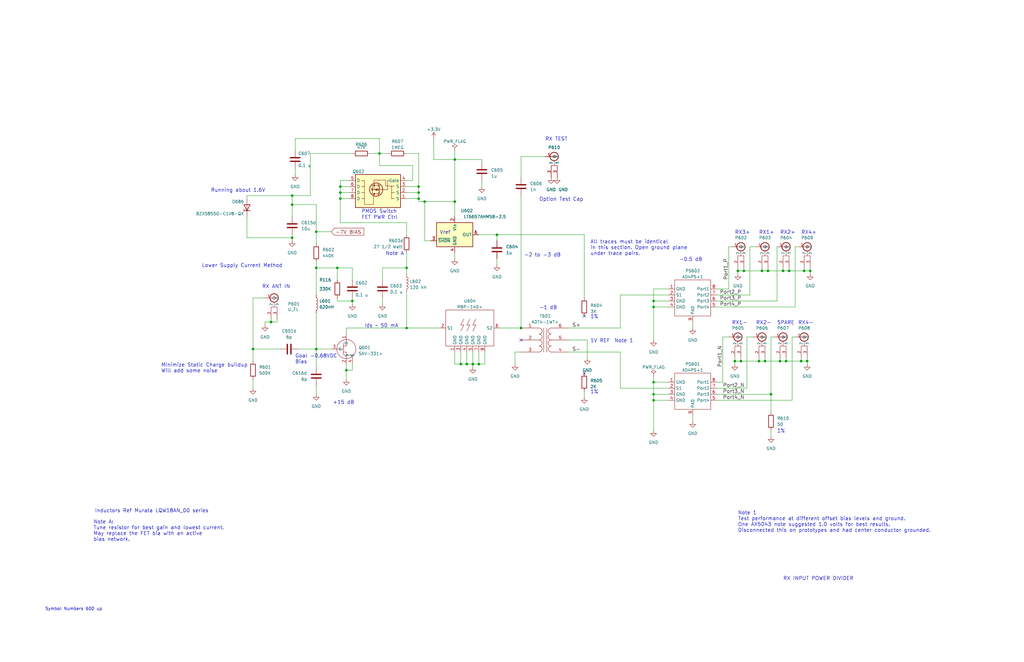
<source format=kicad_sch>
(kicad_sch (version 20230121) (generator eeschema)
  (paper "USLedger")
  (title_block (title "Radiation Tolerant PacSat Communication") (date "2023-06-17") (rev "A") (company "AMSAT-NA") (comment 1 "N5BRG"))
  (lib_symbols
    (symbol "Device:C" (pin_numbers hide) (pin_names (offset 0.254))
      (property "Reference" "C" (at 0.635 2.54 0))
      (property "Value" "C" (at 0.635 -2.54 0))
      (symbol "C_0_1"
        (polyline (pts (xy -2.032 -0.762) (xy 2.032 -0.762)) (stroke (width 0.508)))
        (polyline (pts (xy -2.032 0.762) (xy 2.032 0.762)) (stroke (width 0.508)))
      )
      (symbol "C_1_1"
        (pin passive line (at 0 3.81 270) (length 2.794) (name "~") (number "1"))
        (pin passive line (at 0 -3.81 90) (length 2.794) (name "~") (number "2"))
      )
    )
    (symbol "Device:D_Zener" (pin_numbers hide) (pin_names (offset 1.016) hide)
      (property "Reference" "D" (at 0 2.54 0))
      (property "Value" "D_Zener" (at 0 -2.54 0))
      (symbol "D_Zener_0_1"
        (polyline (pts (xy 1.27 0) (xy -1.27 0)))
        (polyline (pts (xy -1.27 -1.27) (xy -1.27 1.27) (xy -0.762 1.27)) (stroke (width 0.254)))
        (polyline (pts (xy 1.27 -1.27) (xy 1.27 1.27) (xy -1.27 0) (xy 1.27 -1.27)) (stroke (width 0.254)))
      )
      (symbol "D_Zener_1_1"
        (pin passive line (at -3.81 0 0) (length 2.54) (name "K") (number "1"))
        (pin passive line (at 3.81 0 180) (length 2.54) (name "A") (number "2"))
      )
    )
    (symbol "Device:L" (pin_numbers hide) (pin_names (offset 1.016) hide)
      (property "Reference" "L" (at -1.27 0 90))
      (property "Value" "L" (at 1.905 0 90))
      (symbol "L_0_1"
        (arc (start 0 -2.54) (mid 0.6323 -1.905) (end 0 -1.27))
        (arc (start 0 -1.27) (mid 0.6323 -0.635) (end 0 0))
        (arc (start 0 0) (mid 0.6323 0.635) (end 0 1.27))
        (arc (start 0 1.27) (mid 0.6323 1.905) (end 0 2.54))
      )
      (symbol "L_1_1"
        (pin passive line (at 0 3.81 270) (length 1.27) (name "1") (number "1"))
        (pin passive line (at 0 -3.81 90) (length 1.27) (name "2") (number "2"))
      )
    )
    (symbol "Device:R" (pin_numbers hide) (pin_names (offset 0))
      (property "Reference" "R" (at 2.032 0 90))
      (property "Value" "R" (at 0 0 90))
      (symbol "R_0_1"
        (rectangle (start -1.016 -2.54) (end 1.016 2.54) (stroke (width 0.254)))
      )
      (symbol "R_1_1"
        (pin passive line (at 0 3.81 270) (length 1.27) (name "~") (number "1"))
        (pin passive line (at 0 -3.81 90) (length 1.27) (name "~") (number "2"))
      )
    )
    (symbol "PACSAT_DEV_misc:TPS1100"
      (property "Reference" "Q?" (at 6.35 -8.89 0))
      (symbol "TPS1100_0_1"
        (rectangle (start -8.89 7.62) (end 10.16 -6.35) (stroke (width 0.254)) (fill (type background)))
        (polyline (pts (xy -2.54 0) (xy -3.4176 -0.012)))
        (polyline (pts (xy 0 0) (xy -2.794 0)))
        (polyline (pts (xy 0 1.905) (xy 0 -1.905)) (stroke (width 0.254)))
        (polyline (pts (xy 0.508 -1.27) (xy 0.508 -2.286)) (stroke (width 0.254)))
        (polyline (pts (xy 0.508 0.508) (xy 0.508 -0.508)) (stroke (width 0.254)))
        (polyline (pts (xy 0.508 2.286) (xy 0.508 1.27)) (stroke (width 0.254)))
        (polyline (pts (xy 2.286 2.54) (xy 2.286 1.778)))
        (polyline (pts (xy 6.35 -1.27) (xy 7.62 -1.27)))
        (polyline (pts (xy 6.35 1.27) (xy 7.62 1.27)))
        (polyline (pts (xy 6.35 3.81) (xy 7.62 3.81)))
        (polyline (pts (xy -5.08 -1.27) (xy -5.08 1.27) (xy -6.35 1.27)))
        (polyline (pts (xy -5.08 -1.27) (xy -5.0512 -1.5491) (xy -5.031 -1.448)))
        (polyline (pts (xy -5.08 1.27) (xy -5.08 3.81) (xy -6.35 3.81)))
        (polyline (pts (xy -4.9501 -1.4683) (xy -6.1836 -1.4683) (xy -6.1229 -1.3874)))
        (polyline (pts (xy -3.4162 -0.0461) (xy -3.4162 -3.8561) (xy -4.2419 -3.8037)))
        (polyline (pts (xy 2.286 -2.54) (xy 2.286 0) (xy 0.508 0)))
        (polyline (pts (xy 0.508 1.778) (xy 3.048 1.778) (xy 3.048 -1.778) (xy 0.508 -1.778)))
        (polyline (pts (xy 2.032 0) (xy 1.016 0.381) (xy 1.016 -0.381) (xy 2.032 0)) (fill (type outline)))
        (polyline (pts (xy 2.54 -0.508) (xy 2.667 -0.381) (xy 3.429 -0.381) (xy 3.556 -0.254)))
        (polyline (pts (xy 3.048 -0.381) (xy 2.667 0.254) (xy 3.429 0.254) (xy 3.048 -0.381)))
        (polyline (pts (xy 2.3285 -2.7575) (xy 2.3285 -4.0275) (xy -2.5549 -4.0212) (xy -2.5549 -1.5919) (xy -5.2915 -1.4875)))
        (polyline (pts (xy 2.54 2.54) (xy 2.54 6.35) (xy 6.35 6.35) (xy 6.35 -3.81) (xy 7.62 -3.81)))
        (circle (center 1.397 0) (radius 2.794) (stroke (width 0.254)))
        (circle (center 2.286 -1.778) (radius 0.254) (fill (type outline)))
        (circle (center 2.286 1.778) (radius 0.254) (fill (type outline)))
      )
      (symbol "TPS1100_1_1"
        (pin passive line (at -11.43 3.81 0) (length 2.54) (name "S") (number "1"))
        (pin passive line (at -11.43 1.27 0) (length 2.54) (name "S") (number "2"))
        (pin passive line (at -11.43 -1.27 0) (length 2.54) (name "S") (number "3"))
        (pin input line (at -11.43 -3.81 0) (length 2.54) (name "Gate") (number "4"))
        (pin passive line (at 12.7 -3.81 180) (length 2.54) (name "D") (number "5"))
        (pin passive line (at 12.7 -1.27 180) (length 2.54) (name "D") (number "6"))
        (pin passive line (at 12.7 1.27 180) (length 2.54) (name "D") (number "7"))
        (pin passive line (at 12.7 3.81 180) (length 2.54) (name "D") (number "8"))
      )
    )
    (symbol "PACSAT_DEV_misc:U_FL"
      (property "Reference" "U" (at -3.81 2.54 0))
      (symbol "U_FL_0_1"
        (polyline (pts (xy -1.27 -3.81) (xy 1.27 -3.81)))
        (polyline (pts (xy 0 -3.81) (xy 0 -1.778)))
        (circle (center 0 0) (radius 0.508) (stroke (width 0.2032)))
        (circle (center 0 0) (radius 1.778) (stroke (width 0.3048)))
      )
      (symbol "U_FL_1_1"
        (pin bidirectional line (at -3.81 0 0) (length 3.302) (name "In") (number "1"))
        (pin power_in line (at -1.27 -8.89 90) (length 5.08) (name "2") (number "2"))
        (pin power_in line (at 1.27 -8.89 90) (length 5.08) (name "3") (number "3"))
      )
    )
    (symbol "PACSAT_Minicircuits:AD4PS+1"
      (property "Reference" "PS602" (at 0 11.43 0))
      (property "Value" "AD4PS+1" (at 0 8.89 0))
      (symbol "AD4PS+1_0_1"
        (rectangle (start -7.62 7.62) (end 7.62 -7.62))
      )
      (symbol "AD4PS+1_1_1"
        (pin power_in line (at -10.16 3.81 0) (length 2.54) (name "GND") (number "1"))
        (pin input line (at -10.16 1.27 0) (length 2.54) (name "S1") (number "2"))
        (pin power_in line (at -10.16 -1.27 0) (length 2.54) (name "GND") (number "3"))
        (pin power_in line (at -10.16 -3.81 0) (length 2.54) (name "GND") (number "4"))
        (pin output line (at 10.16 -3.81 180) (length 2.54) (name "Port4") (number "5"))
        (pin output line (at 10.16 -1.27 180) (length 2.54) (name "Port3") (number "6"))
        (pin output line (at 10.16 1.27 180) (length 2.54) (name "Port2") (number "7"))
        (pin output line (at 10.16 3.81 180) (length 2.54) (name "Port1") (number "8"))
        (pin power_in line (at 0 -10.16 90) (length 2.54) (name "PAD") (number "9"))
      )
    )
    (symbol "PACSAT_Minicircuits:RBP-140+_1"
      (property "Reference" "U603" (at 10.16 5.08 0))
      (property "Value" "RBP-140+" (at 10.16 2.54 0))
      (symbol "RBP-140+_1_0_0"
        (polyline (pts (xy 6.35 -8.89) (xy 7.62 -6.35) (xy 6.35 -6.35) (xy 7.62 -3.81)))
        (polyline (pts (xy 8.89 -8.89) (xy 10.16 -6.35) (xy 8.89 -6.35) (xy 10.16 -3.81)))
        (polyline (pts (xy 11.43 -8.89) (xy 12.7 -6.35) (xy 11.43 -6.35) (xy 12.7 -3.81)))
      )
      (symbol "RBP-140+_1_0_1"
        (rectangle (start 0 0) (end 20.32 -15.24))
      )
      (symbol "RBP-140+_1_1_1"
        (pin power_in line (at 3.81 -17.78 90) (length 2.54) (name "GND") (number "1"))
        (pin input line (at -2.54 -7.62 0) (length 2.54) (name "S1") (number "2"))
        (pin power_in line (at 6.35 -17.78 90) (length 2.54) (name "GND") (number "3"))
        (pin power_in line (at 8.89 -17.78 90) (length 2.54) (name "GND") (number "4"))
        (pin power_in line (at 11.43 -17.78 90) (length 2.54) (name "GND") (number "5"))
        (pin output line (at 22.86 -7.62 180) (length 2.54) (name "S2") (number "6"))
        (pin power_in line (at 13.97 -17.78 90) (length 2.54) (name "GND") (number "7"))
        (pin power_in line (at 16.51 -17.78 90) (length 2.54) (name "GND") (number "8"))
      )
    )
    (symbol "PACSAT_Minicircuits:SAV-331+"
      (property "Reference" "U601" (at 5.08 0.635 0))
      (property "Value" "SAV-331+" (at 5.08 -1.905 0))
      (symbol "SAV-331+_0_1"
        (polyline (pts (xy -2.54 0) (xy -3.81 0)))
        (polyline (pts (xy -1.27 -1.27) (xy -1.27 -2.54)))
        (polyline (pts (xy -1.27 0) (xy -2.54 0)))
        (polyline (pts (xy -1.27 1.27) (xy -1.27 2.54)))
        (polyline (pts (xy 0 -2.54) (xy 0 -3.81)))
        (polyline (pts (xy 0 1.27) (xy 0 2.54)))
        (polyline (pts (xy 0 2.54) (xy 0 3.81)))
        (polyline (pts (xy -1.27 -1.27) (xy 0 -1.27) (xy 0 -2.54)))
        (polyline (pts (xy 0 -2.54) (xy 2.54 -2.54) (xy 2.54 -3.81)))
        (polyline (pts (xy -1.27 1.27) (xy -1.27 -1.27) (xy -1.27 1.27) (xy -1.27 0) (xy -1.27 1.27) (xy 0 1.27)))
        (circle (center 0 0) (radius 4.0161))
      )
      (symbol "SAV-331+_1_1"
        (pin input line (at 0 6.35 270) (length 2.54) (name "D") (number "1"))
        (pin input line (at 0 -6.35 90) (length 2.54) (name "S") (number "2"))
        (pin input line (at -6.35 0 0) (length 2.54) (name "G") (number "3"))
        (pin input line (at 2.54 -6.35 90) (length 2.54) (name "S") (number "4"))
      )
    )
    (symbol "PACSAT_Minicircuits:Transformer_1P_SS" (pin_names (offset 1.016) hide)
      (property "Reference" "T601" (at 0.0127 10.16 0))
      (property "Value" "ADT4-1WT+" (at 0.0127 7.62 0))
      (symbol "Transformer_1P_SS_0_1"
        (arc (start -2.54 -5.0546) (mid -1.6599 -4.6901) (end -1.27 -3.81))
        (arc (start -2.54 -2.5146) (mid -1.6599 -2.1501) (end -1.27 -1.27))
        (arc (start -2.54 0.0254) (mid -1.6599 0.3899) (end -1.27 1.27))
        (arc (start -2.54 2.5654) (mid -1.6599 2.9299) (end -1.27 3.81))
        (arc (start -1.27 -3.81) (mid -1.642 -2.912) (end -2.54 -2.54))
        (arc (start -1.27 -1.27) (mid -1.642 -0.372) (end -2.54 0))
        (arc (start -1.27 1.27) (mid -1.642 2.168) (end -2.54 2.54))
        (arc (start -1.27 3.81) (mid -1.642 4.708) (end -2.54 5.08))
        (polyline (pts (xy -0.635 5.08) (xy -0.635 -5.08)))
        (polyline (pts (xy 0.635 -5.08) (xy 0.635 5.08)))
        (arc (start 1.2954 -1.27) (mid 1.6599 -2.1501) (end 2.54 -2.5146))
        (arc (start 1.2954 1.27) (mid 1.6599 0.3899) (end 2.54 0.0254))
        (arc (start 1.2954 3.81) (mid 1.6599 2.9299) (end 2.54 2.5654))
        (arc (start 1.3208 -3.81) (mid 1.6853 -4.6901) (end 2.5654 -5.0546))
        (arc (start 2.54 0) (mid 1.642 -0.372) (end 1.2954 -1.27))
        (arc (start 2.54 2.54) (mid 1.642 2.168) (end 1.2954 1.27))
        (arc (start 2.54 5.08) (mid 1.642 4.708) (end 1.2954 3.81))
        (arc (start 2.5654 -2.54) (mid 1.6674 -2.912) (end 1.3208 -3.81))
      )
      (symbol "Transformer_1P_SS_1_1"
        (pin passive line (at -10.16 5.08 0) (length 7.62) (name "AA") (number "1"))
        (pin passive line (at -10.16 0 0) (length 7.62) (name "SC") (number "2"))
        (pin passive line (at -10.16 -5.08 0) (length 7.62) (name "AB") (number "3"))
        (pin passive line (at 10.16 -5.08 180) (length 7.62) (name "SA") (number "4"))
        (pin passive line (at 10.16 0 180) (length 7.62) (name "SC") (number "5"))
        (pin passive line (at 10.16 5.08 180) (length 7.62) (name "SB") (number "6"))
      )
    )
    (symbol "Reference_Voltage:LT6657AHMS8-2.5"
      (property "Reference" "U" (at -7.62 6.35 0))
      (property "Value" "LT6657AHMS8-2.5" (at 2.54 6.35 0))
      (symbol "LT6657AHMS8-2.5_0_1"
        (rectangle (start -7.62 5.08) (end 7.62 -5.08) (stroke (width 0.254)) (fill (type background)))
      )
      (symbol "LT6657AHMS8-2.5_1_1"
        (pin no_connect line (at 7.62 -2.54 180) (length 2.54) hide (name "DNC") (number "1"))
        (pin power_in line (at 0 7.62 270) (length 2.54) (name "Vin") (number "2"))
        (pin input line (at -10.16 -2.54 0) (length 2.54) (name "~{SHDN}") (number "3"))
        (pin power_in line (at 0 -7.62 90) (length 2.54) (name "GND") (number "4"))
        (pin no_connect line (at -7.62 0 0) (length 2.54) hide (name "DNC") (number "5"))
        (pin power_out line (at 10.16 0 180) (length 2.54) (name "OUT") (number "6"))
        (pin no_connect line (at -7.62 2.54 0) (length 2.54) hide (name "DNC") (number "7"))
        (pin no_connect line (at 7.62 2.54 180) (length 2.54) hide (name "DNC") (number "8"))
      )
    )
    (symbol "power:+3.3V" (power) (pin_names (offset 0))
      (property "Value" "+3.3V" (at 0 3.556 0))
      (symbol "+3.3V_0_1"
        (polyline (pts (xy -0.762 1.27) (xy 0 2.54)))
        (polyline (pts (xy 0 0) (xy 0 2.54)))
        (polyline (pts (xy 0 2.54) (xy 0.762 1.27)))
      )
      (symbol "+3.3V_1_1"
        (pin power_in line (at 0 0 90) (length 0) hide (name "+3.3V") (number "1"))
      )
    )
    (symbol "power:GND" (power) (pin_names (offset 0))
      (property "Value" "GND" (at 0 -3.81 0))
      (symbol "GND_0_1"
        (polyline (pts (xy 0 0) (xy 0 -1.27) (xy 1.27 -1.27) (xy 0 -2.54) (xy -1.27 -1.27) (xy 0 -1.27)))
      )
      (symbol "GND_1_1"
        (pin power_in line (at 0 0 270) (length 0) hide (name "GND") (number "1"))
      )
    )
    (symbol "power:PWR_FLAG" (power) (pin_numbers hide) (pin_names (offset 0) hide)
      (property "Value" "PWR_FLAG" (at 0 3.81 0))
      (symbol "PWR_FLAG_0_0"
        (pin power_out line (at 0 0 90) (length 0) (name "pwr") (number "1"))
      )
      (symbol "PWR_FLAG_0_1"
        (polyline (pts (xy 0 0) (xy 0 1.27) (xy -1.016 1.905) (xy 0 2.54) (xy 1.016 1.905) (xy 0 1.27)))
      )
    )
  )
  (junction (at 142.24 113.03))
  (junction (at 133.35 97.79))
  (junction (at 171.45 138.43))
  (junction (at 160.02 64.77))
  (junction (at 209.55 99.06))
  (junction (at 143.51 78.74))
  (junction (at 275.59 166.37))
  (junction (at 146.05 156.21))
  (junction (at 148.59 127))
  (junction (at 330.2 114.3))
  (junction (at 339.09 114.3))
  (junction (at 275.59 168.91))
  (junction (at 199.39 153.67))
  (junction (at 123.19 82.55))
  (junction (at 332.74 114.3))
  (junction (at 106.68 147.32))
  (junction (at 194.31 153.67))
  (junction (at 320.04 152.4))
  (junction (at 328.93 152.4))
  (junction (at 133.35 113.03))
  (junction (at 179.07 85.09))
  (junction (at 275.59 129.54))
  (junction (at 143.51 83.82))
  (junction (at 337.82 152.4))
  (junction (at 331.47 152.4))
  (junction (at 176.53 78.74))
  (junction (at 313.69 114.3))
  (junction (at 275.59 161.29))
  (junction (at 323.85 114.3))
  (junction (at 133.35 147.32))
  (junction (at 123.19 100.33))
  (junction (at 322.58 152.4))
  (junction (at 201.93 153.67))
  (junction (at 309.88 152.4))
  (junction (at 191.77 85.09))
  (junction (at 143.51 81.28))
  (junction (at 114.3 135.89))
  (junction (at 123.19 86.36))
  (junction (at 176.53 81.28))
  (junction (at 191.77 67.31))
  (junction (at 321.31 114.3))
  (junction (at 325.12 166.37))
  (junction (at 312.42 152.4))
  (junction (at 275.59 127))
  (junction (at 219.71 138.43))
  (junction (at 176.53 83.82))
  (junction (at 311.15 114.3))
  (junction (at 196.85 153.67))
  (junction (at 341.63 114.3))
  (junction (at 171.45 113.03))
  (junction (at 340.36 152.4))
  (no_connect (at 246.38 157.48))
  (no_connect (at 246.38 133.35))
  (no_connect (at 219.71 143.51))
  (wire (pts (xy 302.26 121.92) (xy 307.34 121.92)))
  (wire (pts (xy 160.02 69.85) (xy 160.02 64.77)))
  (wire (pts (xy 147.32 76.2) (xy 143.51 76.2)))
  (wire (pts (xy 261.62 138.43) (xy 261.62 124.46)))
  (wire (pts (xy 275.59 166.37) (xy 275.59 168.91)))
  (wire (pts (xy 335.28 104.14) (xy 335.28 129.54)))
  (wire (pts (xy 261.62 163.83) (xy 281.94 163.83)))
  (wire (pts (xy 307.34 104.14) (xy 307.34 121.92)))
  (wire (pts (xy 204.47 153.67) (xy 201.93 153.67)))
  (wire (pts (xy 209.55 109.22) (xy 209.55 111.76)))
  (wire (pts (xy 332.74 114.3) (xy 339.09 114.3)))
  (wire (pts (xy 191.77 106.68) (xy 191.77 109.22)))
  (wire (pts (xy 240.03 138.43) (xy 261.62 138.43)))
  (wire (pts (xy 182.88 58.42) (xy 182.88 67.31)))
  (wire (pts (xy 309.88 151.13) (xy 309.88 152.4)))
  (wire (pts (xy 191.77 63.5) (xy 191.77 67.31)))
  (wire (pts (xy 275.59 129.54) (xy 275.59 143.51)))
  (wire (pts (xy 321.31 114.3) (xy 323.85 114.3)))
  (wire (pts (xy 123.19 82.55) (xy 104.14 82.55)))
  (wire (pts (xy 171.45 78.74) (xy 176.53 78.74)))
  (wire (pts (xy 196.85 153.67) (xy 199.39 153.67)))
  (wire (pts (xy 331.47 152.4) (xy 337.82 152.4)))
  (wire (pts (xy 160.02 64.77) (xy 163.83 64.77)))
  (wire (pts (xy 176.53 81.28) (xy 176.53 78.74)))
  (wire (pts (xy 191.77 67.31) (xy 203.2 67.31)))
  (wire (pts (xy 106.68 125.73) (xy 106.68 147.32)))
  (wire (pts (xy 304.8 142.24) (xy 307.34 142.24)))
  (wire (pts (xy 142.24 127) (xy 148.59 127)))
  (wire (pts (xy 246.38 99.06) (xy 246.38 125.73)))
  (wire (pts (xy 104.14 82.55) (xy 104.14 83.82)))
  (wire (pts (xy 308.61 104.14) (xy 307.34 104.14)))
  (wire (pts (xy 275.59 168.91) (xy 281.94 168.91)))
  (wire (pts (xy 171.45 113.03) (xy 171.45 115.57)))
  (wire (pts (xy 160.02 69.85) (xy 173.99 69.85)))
  (wire (pts (xy 143.51 83.82) (xy 147.32 83.82)))
  (wire (pts (xy 130.81 82.55) (xy 123.19 82.55)))
  (wire (pts (xy 111.76 135.89) (xy 111.76 137.16)))
  (wire (pts (xy 194.31 153.67) (xy 191.77 153.67)))
  (wire (pts (xy 171.45 83.82) (xy 176.53 83.82)))
  (wire (pts (xy 171.45 81.28) (xy 176.53 81.28)))
  (wire (pts (xy 292.1 175.26) (xy 292.1 177.8)))
  (wire (pts (xy 133.35 86.36) (xy 133.35 97.79)))
  (wire (pts (xy 143.51 76.2) (xy 143.51 78.74)))
  (wire (pts (xy 106.68 147.32) (xy 118.11 147.32)))
  (wire (pts (xy 161.29 118.11) (xy 161.29 113.03)))
  (wire (pts (xy 332.74 113.03) (xy 332.74 114.3)))
  (wire (pts (xy 179.07 85.09) (xy 179.07 101.6)))
  (wire (pts (xy 173.99 76.2) (xy 173.99 69.85)))
  (wire (pts (xy 219.71 82.55) (xy 219.71 138.43)))
  (wire (pts (xy 123.19 91.44) (xy 123.19 86.36)))
  (wire (pts (xy 133.35 113.03) (xy 142.24 113.03)))
  (wire (pts (xy 275.59 127) (xy 281.94 127)))
  (wire (pts (xy 281.94 121.92) (xy 275.59 121.92)))
  (wire (pts (xy 314.96 142.24) (xy 314.96 163.83)))
  (wire (pts (xy 302.26 161.29) (xy 304.8 161.29)))
  (wire (pts (xy 201.93 148.59) (xy 201.93 153.67)))
  (wire (pts (xy 199.39 148.59) (xy 199.39 153.67)))
  (wire (pts (xy 246.38 99.06) (xy 209.55 99.06)))
  (wire (pts (xy 161.29 113.03) (xy 171.45 113.03)))
  (wire (pts (xy 116.84 134.62) (xy 116.84 135.89)))
  (wire (pts (xy 124.46 58.42) (xy 124.46 63.5)))
  (wire (pts (xy 133.35 97.79) (xy 133.35 102.87)))
  (wire (pts (xy 309.88 152.4) (xy 309.88 153.67)))
  (wire (pts (xy 194.31 148.59) (xy 194.31 153.67)))
  (wire (pts (xy 341.63 114.3) (xy 341.63 113.03)))
  (wire (pts (xy 114.3 134.62) (xy 114.3 135.89)))
  (wire (pts (xy 311.15 114.3) (xy 311.15 115.57)))
  (wire (pts (xy 142.24 125.73) (xy 142.24 127)))
  (wire (pts (xy 302.26 166.37) (xy 325.12 166.37)))
  (wire (pts (xy 302.26 168.91) (xy 334.01 168.91)))
  (wire (pts (xy 275.59 129.54) (xy 281.94 129.54)))
  (wire (pts (xy 217.17 148.59) (xy 219.71 148.59)))
  (wire (pts (xy 331.47 151.13) (xy 331.47 152.4)))
  (wire (pts (xy 133.35 113.03) (xy 133.35 124.46)))
  (wire (pts (xy 146.05 153.67) (xy 146.05 156.21)))
  (wire (pts (xy 191.77 91.44) (xy 191.77 85.09)))
  (wire (pts (xy 246.38 165.1) (xy 246.38 167.64)))
  (wire (pts (xy 133.35 113.03) (xy 133.35 110.49)))
  (wire (pts (xy 209.55 101.6) (xy 209.55 99.06)))
  (wire (pts (xy 146.05 138.43) (xy 146.05 140.97)))
  (wire (pts (xy 217.17 153.67) (xy 217.17 148.59)))
  (wire (pts (xy 133.35 132.08) (xy 133.35 147.32)))
  (wire (pts (xy 330.2 113.03) (xy 330.2 114.3)))
  (wire (pts (xy 316.23 104.14) (xy 316.23 124.46)))
  (wire (pts (xy 275.59 158.75) (xy 275.59 161.29)))
  (wire (pts (xy 302.26 124.46) (xy 316.23 124.46)))
  (wire (pts (xy 325.12 181.61) (xy 325.12 184.15)))
  (wire (pts (xy 160.02 58.42) (xy 160.02 64.77)))
  (wire (pts (xy 328.93 151.13) (xy 328.93 152.4)))
  (wire (pts (xy 142.24 113.03) (xy 148.59 113.03)))
  (wire (pts (xy 148.59 153.67) (xy 148.59 156.21)))
  (wire (pts (xy 219.71 66.04) (xy 219.71 74.93)))
  (wire (pts (xy 181.61 101.6) (xy 179.07 101.6)))
  (wire (pts (xy 143.51 78.74) (xy 143.51 81.28)))
  (wire (pts (xy 281.94 161.29) (xy 275.59 161.29)))
  (wire (pts (xy 123.19 86.36) (xy 133.35 86.36)))
  (wire (pts (xy 201.93 153.67) (xy 199.39 153.67)))
  (wire (pts (xy 339.09 113.03) (xy 339.09 114.3)))
  (wire (pts (xy 322.58 151.13) (xy 322.58 152.4)))
  (wire (pts (xy 104.14 100.33) (xy 123.19 100.33)))
  (wire (pts (xy 111.76 135.89) (xy 114.3 135.89)))
  (wire (pts (xy 312.42 152.4) (xy 320.04 152.4)))
  (wire (pts (xy 313.69 113.03) (xy 313.69 114.3)))
  (wire (pts (xy 114.3 135.89) (xy 116.84 135.89)))
  (wire (pts (xy 336.55 104.14) (xy 335.28 104.14)))
  (wire (pts (xy 123.19 100.33) (xy 123.19 101.6)))
  (wire (pts (xy 171.45 93.98) (xy 171.45 99.06)))
  (wire (pts (xy 171.45 123.19) (xy 171.45 138.43)))
  (wire (pts (xy 275.59 168.91) (xy 275.59 181.61)))
  (wire (pts (xy 203.2 76.2) (xy 203.2 78.74)))
  (wire (pts (xy 161.29 125.73) (xy 161.29 128.27)))
  (wire (pts (xy 247.65 151.13) (xy 247.65 143.51)))
  (wire (pts (xy 304.8 142.24) (xy 304.8 161.29)))
  (wire (pts (xy 111.76 125.73) (xy 106.68 125.73)))
  (wire (pts (xy 125.73 147.32) (xy 133.35 147.32)))
  (wire (pts (xy 171.45 64.77) (xy 176.53 64.77)))
  (wire (pts (xy 219.71 66.04) (xy 229.87 66.04)))
  (wire (pts (xy 322.58 152.4) (xy 328.93 152.4)))
  (wire (pts (xy 320.04 152.4) (xy 322.58 152.4)))
  (wire (pts (xy 261.62 148.59) (xy 261.62 163.83)))
  (wire (pts (xy 146.05 156.21) (xy 148.59 156.21)))
  (wire (pts (xy 339.09 114.3) (xy 341.63 114.3)))
  (wire (pts (xy 275.59 166.37) (xy 281.94 166.37)))
  (wire (pts (xy 325.12 166.37) (xy 325.12 173.99)))
  (wire (pts (xy 261.62 124.46) (xy 281.94 124.46)))
  (wire (pts (xy 240.03 143.51) (xy 247.65 143.51)))
  (wire (pts (xy 325.12 166.37) (xy 325.12 142.24)))
  (wire (pts (xy 191.77 153.67) (xy 191.77 148.59)))
  (wire (pts (xy 340.36 152.4) (xy 340.36 153.67)))
  (wire (pts (xy 340.36 152.4) (xy 340.36 151.13)))
  (wire (pts (xy 176.53 83.82) (xy 176.53 85.09)))
  (wire (pts (xy 176.53 85.09) (xy 179.07 85.09)))
  (wire (pts (xy 326.39 142.24) (xy 325.12 142.24)))
  (wire (pts (xy 323.85 114.3) (xy 330.2 114.3)))
  (wire (pts (xy 146.05 138.43) (xy 171.45 138.43)))
  (wire (pts (xy 106.68 147.32) (xy 106.68 152.4)))
  (wire (pts (xy 143.51 93.98) (xy 171.45 93.98)))
  (wire (pts (xy 176.53 81.28) (xy 176.53 83.82)))
  (wire (pts (xy 327.66 127) (xy 327.66 104.14)))
  (wire (pts (xy 275.59 127) (xy 275.59 129.54)))
  (wire (pts (xy 133.35 97.79) (xy 139.7 97.79)))
  (wire (pts (xy 334.01 142.24) (xy 334.01 168.91)))
  (wire (pts (xy 123.19 99.06) (xy 123.19 100.33)))
  (wire (pts (xy 194.31 153.67) (xy 196.85 153.67)))
  (wire (pts (xy 302.26 129.54) (xy 335.28 129.54)))
  (wire (pts (xy 142.24 113.03) (xy 142.24 118.11)))
  (wire (pts (xy 335.28 142.24) (xy 334.01 142.24)))
  (wire (pts (xy 148.59 113.03) (xy 148.59 118.11)))
  (wire (pts (xy 130.81 64.77) (xy 130.81 82.55)))
  (wire (pts (xy 199.39 153.67) (xy 199.39 154.94)))
  (wire (pts (xy 191.77 67.31) (xy 191.77 85.09)))
  (wire (pts (xy 104.14 91.44) (xy 104.14 100.33)))
  (wire (pts (xy 337.82 151.13) (xy 337.82 152.4)))
  (wire (pts (xy 203.2 68.58) (xy 203.2 67.31)))
  (wire (pts (xy 328.93 152.4) (xy 331.47 152.4)))
  (wire (pts (xy 143.51 81.28) (xy 143.51 83.82)))
  (wire (pts (xy 210.82 138.43) (xy 219.71 138.43)))
  (wire (pts (xy 321.31 113.03) (xy 321.31 114.3)))
  (wire (pts (xy 292.1 135.89) (xy 292.1 138.43)))
  (wire (pts (xy 106.68 160.02) (xy 106.68 163.83)))
  (wire (pts (xy 148.59 125.73) (xy 148.59 127)))
  (wire (pts (xy 124.46 71.12) (xy 124.46 73.66)))
  (wire (pts (xy 302.26 163.83) (xy 314.96 163.83)))
  (wire (pts (xy 143.51 78.74) (xy 147.32 78.74)))
  (wire (pts (xy 124.46 58.42) (xy 160.02 58.42)))
  (wire (pts (xy 240.03 148.59) (xy 261.62 148.59)))
  (wire (pts (xy 204.47 148.59) (xy 204.47 153.67)))
  (wire (pts (xy 323.85 113.03) (xy 323.85 114.3)))
  (wire (pts (xy 182.88 67.31) (xy 191.77 67.31)))
  (wire (pts (xy 176.53 64.77) (xy 176.53 78.74)))
  (wire (pts (xy 171.45 138.43) (xy 185.42 138.43)))
  (wire (pts (xy 313.69 114.3) (xy 321.31 114.3)))
  (wire (pts (xy 201.93 99.06) (xy 209.55 99.06)))
  (wire (pts (xy 275.59 161.29) (xy 275.59 166.37)))
  (wire (pts (xy 146.05 156.21) (xy 146.05 160.02)))
  (wire (pts (xy 302.26 127) (xy 327.66 127)))
  (wire (pts (xy 133.35 162.56) (xy 133.35 166.37)))
  (wire (pts (xy 311.15 114.3) (xy 313.69 114.3)))
  (wire (pts (xy 143.51 81.28) (xy 147.32 81.28)))
  (wire (pts (xy 311.15 113.03) (xy 311.15 114.3)))
  (wire (pts (xy 123.19 82.55) (xy 123.19 86.36)))
  (wire (pts (xy 309.88 152.4) (xy 312.42 152.4)))
  (wire (pts (xy 312.42 151.13) (xy 312.42 152.4)))
  (wire (pts (xy 275.59 121.92) (xy 275.59 127)))
  (wire (pts (xy 133.35 147.32) (xy 139.7 147.32)))
  (wire (pts (xy 171.45 106.68) (xy 171.45 113.03)))
  (wire (pts (xy 318.77 104.14) (xy 316.23 104.14)))
  (wire (pts (xy 320.04 151.13) (xy 320.04 152.4)))
  (wire (pts (xy 337.82 152.4) (xy 340.36 152.4)))
  (wire (pts (xy 143.51 83.82) (xy 143.51 93.98)))
  (wire (pts (xy 133.35 147.32) (xy 133.35 154.94)))
  (wire (pts (xy 171.45 76.2) (xy 173.99 76.2)))
  (wire (pts (xy 179.07 85.09) (xy 191.77 85.09)))
  (wire (pts (xy 148.59 127) (xy 148.59 128.27)))
  (wire (pts (xy 196.85 148.59) (xy 196.85 153.67)))
  (wire (pts (xy 341.63 114.3) (xy 341.63 115.57)))
  (wire (pts (xy 130.81 64.77) (xy 148.59 64.77)))
  (wire (pts (xy 317.5 142.24) (xy 314.96 142.24)))
  (wire (pts (xy 330.2 114.3) (xy 332.74 114.3)))
  (wire (pts (xy 156.21 64.77) (xy 160.02 64.77)))
  (text "RX ANT IN" (at 110.49 121.92 0) (effects (font (size 1.524 1.524)) (justify left bottom)))
  (text "Vref" (at 185.42 99.06 0) (effects (font (size 1.524 1.524)) (justify left bottom)))
  (text "Running about 1.6V\n" (at 88.9 81.28 0) (effects (font (size 1.524 1.524)) (justify left bottom)))
  (text "-0.5 dB" (at 286.385 110.49 0) (effects (font (size 1.524 1.524)) (justify left bottom)))
  (text "Note 1\nTest performance at different offset bias levels and ground.\nOne AX5043 note suggested 1.0 volts for best results.\nDisconnected this on prototypes and had center conductor grounded." (at 311.15 224.79 0) (effects (font (size 1.524 1.524)) (justify left bottom)))
  (text "Ids ~ 50 mA" (at 153.67 138.43 0) (effects (font (size 1.524 1.524)) (justify left bottom)))
  (text "RX4-" (at 336.55 137.16 0) (effects (font (size 1.524 1.524)) (justify left bottom)))
  (text "Lower Supply Current Method" (at 85.09 113.03 0) (effects (font (size 1.524 1.524)) (justify left bottom)))
  (text "All traces must be identical\nin this section. Open ground plane \nunder trace pairs." (at 248.92 107.95 0) (effects (font (size 1.524 1.524)) (justify left bottom)))
  (text "RX3+" (at 309.88 99.06 0) (effects (font (size 1.524 1.524)) (justify left bottom)))
  (text "Note A" (at 162.56 107.95 0) (effects (font (size 1.524 1.524)) (justify left bottom)))
  (text "1%" (at 327.66 182.88 0) (effects (font (size 1.524 1.524)) (justify left bottom)))
  (text "1%" (at 248.92 166.37 0) (effects (font (size 1.524 1.524)) (justify left bottom)))
  (text "Note A:\nTune resistor for best gain and lowest current.\nMay replace the FET bia with an active \nbias network." (at 39.37 228.6 0) (effects (font (size 1.524 1.524)) (justify left bottom)))
  (text "Option Test Cap" (at 227.33 85.09 0) (effects (font (size 1.524 1.524)) (justify left bottom)))
  (text "PMOS Switch" (at 152.4 90.17 0) (effects (font (size 1.524 1.524)) (justify left bottom)))
  (text "FET PWR Ctrl" (at 152.4 92.71 0) (effects (font (size 1.524 1.524)) (justify left bottom)))
  (text "Goal -0.68VDC\nBias" (at 124.46 153.67 0) (effects (font (size 1.524 1.524)) (justify left bottom)))
  (text "RX2+" (at 328.93 99.06 0) (effects (font (size 1.524 1.524)) (justify left bottom)))
  (text "RX1+" (at 320.04 99.06 0) (effects (font (size 1.524 1.524)) (justify left bottom)))
  (text "SPARE" (at 327.66 137.16 0) (effects (font (size 1.524 1.524)) (justify left bottom)))
  (text "RX4+" (at 337.82 99.06 0) (effects (font (size 1.524 1.524)) (justify left bottom)))
  (text "RX1-" (at 308.61 137.16 0) (effects (font (size 1.524 1.524)) (justify left bottom)))
  (text "Minimize Static Charge buildup\nWill add some noise" (at 67.945 157.48 0) (effects (font (size 1.524 1.524)) (justify left bottom)))
  (text "-1 dB" (at 227.33 130.81 0) (effects (font (size 1.524 1.524)) (justify left bottom)))
  (text "RX INPUT POWER DIVIDER" (at 330.2 245.11 0) (effects (font (size 1.524 1.524)) (justify left bottom)))
  (text "+15 dB" (at 140.335 170.815 0) (effects (font (size 1.524 1.524)) (justify left bottom)))
  (text "RX2-" (at 318.77 137.16 0) (effects (font (size 1.524 1.524)) (justify left bottom)))
  (text "Note 1" (at 259.08 144.78 0) (effects (font (size 1.524 1.524)) (justify left bottom)))
  (text "-2 to -3 dB" (at 220.98 108.585 0) (effects (font (size 1.524 1.524)) (justify left bottom)))
  (text "1%" (at 248.92 134.62 0) (effects (font (size 1.524 1.524)) (justify left bottom)))
  (text "Symbol Numbers 600 up" (at 19.05 257.81 0) (effects (font (size 1.27 1.27)) (justify left bottom)))
  (text "RX TEST" (at 229.87 59.69 0) (effects (font (size 1.524 1.524)) (justify left bottom)))
  (text "1V REF" (at 248.92 144.78 0) (effects (font (size 1.524 1.524)) (justify left bottom)))
  (text "Inductors Ref Murata LQW18AN_00 series" (at 40.005 216.535 0) (effects (font (size 1.524 1.524)) (justify left bottom)))
  (label "S+" (at 241.3 138.43 0) (effects (font (size 1.524 1.524))))
  (label "S-" (at 241.3 148.59 0) (effects (font (size 1.524 1.524))))
  (label "Port2_N" (at 304.8 163.83 0) (effects (font (size 1.524 1.524))))
  (label "Port3_N" (at 304.8 166.37 0) (effects (font (size 1.524 1.524))))
  (label "Port1_N" (at 304.8 154.94 90) (effects (font (size 1.524 1.524))))
  (label "Port3_P" (at 303.53 127 0) (effects (font (size 1.524 1.524))))
  (label "Port2_P" (at 303.53 124.46 0) (effects (font (size 1.524 1.524))))
  (label "Port4_P" (at 303.53 129.54 0) (effects (font (size 1.524 1.524))))
  (label "Port1_P" (at 307.34 118.11 90) (effects (font (size 1.524 1.524))))
  (label "Port4_N" (at 304.8 168.91 0) (effects (font (size 1.524 1.524))))
  (global_label "-7V BIAS" (shape input) (at 139.7 97.79 0) (effects (font (size 1.524 1.524))) (property "Intersheetrefs" "${INTERSHEET_REFS}" (effects hide)))
  (symbol (lib_id "Device:R") (at 325.12 177.8 0) (unit 1)
    (property "Reference" "R610" (at 327.66 176.53 0) (effects (justify left)))
    (property "Value" "50" (at 327.66 179.07 0) (effects (justify left)))
    (property "Footprint" "Resistor_SMD:R_0603_1608Metric_Pad0.98x0.95mm_HandSolder" (effects hide))
  )
  (symbol (lib_id "Device:D_Zener") (at 104.14 87.63 90) (unit 1)
    (property "Reference" "D686" (at 97.79 85.09 90) (effects (justify right)))
    (property "Value" "BZX58550-C1V8-QX" (at 82.55 90.17 90) (effects (justify right)))
  )
  (symbol (lib_id "power:GND") (at 124.46 73.66 0) (unit 1)
    (property "Reference" "#PWR0192" (effects hide))
    (property "Value" "GND" (at 124.46 78.74 0))
  )
  (symbol (lib_id "power:GND") (at 325.12 184.15 0) (unit 1)
    (property "Reference" "#PWR0621" (effects hide))
    (property "Value" "GND" (at 325.12 189.23 0))
  )
  (symbol (lib_id "power:GND") (at 111.76 137.16 0) (unit 1)
    (property "Reference" "#PWR0605" (effects hide))
    (property "Value" "GND" (at 111.76 142.24 0))
  )
  (symbol (lib_id "power:GND") (at 148.59 128.27 0) (unit 1)
    (property "Reference" "#PWR0603" (effects hide))
    (property "Value" "GND" (at 148.59 133.35 0))
  )
  (symbol (lib_id "Device:R") (at 152.4 64.77 90) (mirror x) (unit 1)
    (property "Reference" "R606" (at 152.4 60.96 90))
    (property "Value" "47K" (at 152.4 62.23 90))
    (property "Footprint" "Resistor_SMD:R_0603_1608Metric_Pad0.98x0.95mm_HandSolder" (effects hide))
  )
  (symbol (lib_id "power:GND") (at 311.15 115.57 0) (unit 1)
    (property "Reference" "#PWR0614" (effects hide))
    (property "Value" "GND" (at 311.15 120.65 0))
  )
  (symbol (lib_id "power:GND") (at 161.29 128.27 0) (unit 1)
    (property "Reference" "#PWR0604" (effects hide))
    (property "Value" "GND" (at 161.29 133.35 0))
  )
  (symbol (lib_id "Device:R") (at 167.64 64.77 90) (mirror x) (unit 1)
    (property "Reference" "R607" (at 167.64 59.69 90))
    (property "Value" "1MEG" (at 167.64 62.23 90))
    (property "Footprint" "Resistor_SMD:R_0603_1608Metric_Pad0.98x0.95mm_HandSolder" (effects hide))
  )
  (symbol (lib_id "power:GND") (at 292.1 138.43 0) (unit 1)
    (property "Reference" "#PWR0726" (effects hide))
    (property "Value" "GND" (at 292.1 143.51 0))
  )
  (symbol (lib_id "PACSAT_Minicircuits:AD4PS+1") (at 292.1 125.73 0) (unit 1)
    (property "Reference" "PS602" (at 292.1 114.3 0))
    (property "Value" "AD4PS+1" (at 292.1 116.84 0))
    (property "Footprint" "PacSatDev_MiniCircuits:CJ725" (effects hide))
  )
  (symbol (lib_id "Device:C") (at 123.19 95.25 0) (unit 1)
    (property "Reference" "C615d" (at 127 93.98 0) (effects (justify left)))
    (property "Value" "10u" (at 127 96.52 0) (effects (justify left)))
  )
  (symbol (lib_id "Device:C") (at 219.71 78.74 0) (unit 1)
    (property "Reference" "C606" (at 223.52 77.47 0) (effects (justify left)))
    (property "Value" "1n" (at 223.52 80.01 0) (effects (justify left)))
    (property "Footprint" "Capacitor_SMD:C_0603_1608Metric_Pad1.08x0.95mm_HandSolder" (effects hide))
  )
  (symbol (lib_id "PACSAT_DEV_misc:U_FL") (at 331.47 104.14 0) (unit 1)
    (property "Reference" "P604" (at 328.93 100.33 0) (effects (justify left)))
    (property "Value" "~" (at 331.47 104.14 0))
    (property "Footprint" "PacSatDev_misc:U_FL" (effects hide))
  )
  (symbol (lib_id "power:GND") (at 203.2 78.74 0) (unit 1)
    (property "Reference" "#PWR0191" (effects hide))
    (property "Value" "GND" (at 203.2 83.82 0))
  )
  (symbol (lib_id "power:GND") (at 106.68 163.83 0) (unit 1)
    (property "Reference" "#PWR0601" (effects hide))
    (property "Value" "GND" (at 106.68 168.91 0))
  )
  (symbol (lib_id "PACSAT_DEV_misc:U_FL") (at 115.57 125.73 0) (unit 1)
    (property "Reference" "P601" (at 121.3358 128.2446 0) (effects (justify left)))
    (property "Value" "U_FL" (at 121.3358 130.556 0) (effects (justify left)))
    (property "Footprint" "PacSatDev_misc:U_FL" (effects hide))
  )
  (symbol (lib_id "Device:C") (at 133.35 158.75 180) (unit 1)
    (property "Reference" "C616d" (at 123.19 157.48 0) (effects (justify right)))
    (property "Value" "6p" (at 127 160.02 0) (effects (justify right)))
    (property "Footprint" "Capacitor_SMD:C_0603_1608Metric_Pad1.08x0.95mm_HandSolder" (effects hide))
  )
  (symbol (lib_id "Reference_Voltage:LT6657AHMS8-2.5") (at 191.77 99.06 0) (unit 1)
    (property "Reference" "U602" (at 196.85 88.9 0))
    (property "Value" "LT6657AHMS8-2.5" (at 204.47 91.44 0))
    (property "Footprint" "Package_SO:MSOP-8_3x3mm_P0.65mm" (effects hide))
    (property "Datasheet" "https://www.analog.com/media/en/technical-documentation/data-sheets/6657fd.pdf" (effects hide))
  )
  (symbol (lib_id "power:GND") (at 232.41 74.93 0) (unit 1)
    (property "Reference" "#PWR0729" (effects hide))
    (property "Value" "GND" (at 232.41 80.01 0))
  )
  (symbol (lib_id "PACSAT_Minicircuits:Transformer_1P_SS") (at 229.87 143.51 0) (unit 1)
    (property "Reference" "T601" (at 229.8827 133.35 0))
    (property "Value" "ADT4-1WT+" (at 229.8827 135.89 0))
    (property "Footprint" "RF_Mini-Circuits:Mini-Circuits_CD542_H2.84mm" (effects hide))
  )
  (symbol (lib_id "Device:R") (at 142.24 121.92 0) (unit 1)
    (property "Reference" "R116" (at 134.62 118.11 0) (effects (justify left)))
    (property "Value" "330K" (at 134.62 121.92 0) (effects (justify left)))
    (property "Footprint" "Resistor_SMD:R_0603_1608Metric_Pad0.98x0.95mm_HandSolder" (effects hide))
  )
  (symbol (lib_id "PACSAT_Minicircuits:SAV-331+") (at 146.05 147.32 0) (unit 1)
    (property "Reference" "Q601" (at 151.13 146.685 0) (effects (justify left)))
    (property "Value" "SAV-331+" (at 151.13 149.225 0) (effects (justify left)))
    (property "Footprint" "PacSatDev_misc:TB-471" (effects hide))
  )
  (symbol (lib_id "power:GND") (at 199.39 154.94 0) (unit 1)
    (property "Reference" "#PWR0607" (effects hide))
    (property "Value" "GND" (at 199.39 160.02 0))
  )
  (symbol (lib_id "PACSAT_DEV_misc:U_FL") (at 321.31 142.24 0) (unit 1)
    (property "Reference" "P606" (at 318.77 138.43 0) (effects (justify left)))
    (property "Value" "~" (at 321.31 142.24 0))
    (property "Footprint" "PacSatDev_misc:U_FL" (effects hide))
  )
  (symbol (lib_id "Device:C") (at 124.46 67.31 0) (unit 1)
    (property "Reference" "C607" (at 125.73 64.77 0) (effects (justify left)))
    (property "Value" "0.1 u" (at 125.73 69.85 0) (effects (justify left)))
    (property "Footprint" "Capacitor_SMD:C_0603_1608Metric_Pad1.08x0.95mm_HandSolder" (effects hide))
  )
  (symbol (lib_id "power:+3.3V") (at 182.88 58.42 0) (unit 1)
    (property "Reference" "#PWR0144" (effects hide))
    (property "Value" "+3.3V" (at 182.88 54.61 0))
  )
  (symbol (lib_id "Device:L") (at 133.35 128.27 0) (unit 1)
    (property "Reference" "L601" (at 134.62 127 0) (effects (justify left)))
    (property "Value" "620nH" (at 134.62 129.54 0) (effects (justify left)))
    (property "Footprint" "PacSatDev_misc:L_Murata_LQH2MCNxxxx02_2.0x1.6mm" (effects hide))
  )
  (symbol (lib_id "power:GND") (at 246.38 167.64 0) (unit 1)
    (property "Reference" "#PWR0610" (effects hide))
    (property "Value" "GND" (at 246.38 172.72 0))
  )
  (symbol (lib_id "power:GND") (at 340.36 153.67 0) (unit 1)
    (property "Reference" "#PWR0615" (effects hide))
    (property "Value" "GND" (at 340.36 158.75 0))
  )
  (symbol (lib_id "Device:R") (at 106.68 156.21 0) (unit 1)
    (property "Reference" "R601" (at 109.22 154.94 0) (effects (justify left)))
    (property "Value" "500K" (at 109.22 157.48 0) (effects (justify left)))
    (property "Footprint" "Resistor_SMD:R_0603_1608Metric_Pad0.98x0.95mm_HandSolder" (effects hide))
  )
  (symbol (lib_id "Device:R") (at 246.38 129.54 0) (unit 1)
    (property "Reference" "R604" (at 248.92 128.905 0) (effects (justify left)))
    (property "Value" "3K" (at 248.92 131.445 0) (effects (justify left)))
    (property "Footprint" "Resistor_SMD:R_0603_1608Metric_Pad0.98x0.95mm_HandSolder" (effects hide))
  )
  (symbol (lib_id "PACSAT_Minicircuits:AD4PS+1") (at 292.1 165.1 0) (unit 1)
    (property "Reference" "PS601" (at 292.1 153.67 0))
    (property "Value" "AD4PS+1" (at 292.1 156.21 0))
    (property "Footprint" "PacSatDev_MiniCircuits:CJ725" (effects hide))
  )
  (symbol (lib_id "power:GND") (at 275.59 181.61 0) (unit 1)
    (property "Reference" "#PWR0612" (effects hide))
    (property "Value" "GND" (at 275.59 186.69 0))
  )
  (symbol (lib_id "PACSAT_DEV_misc:U_FL") (at 233.68 66.04 0) (unit 1)
    (property "Reference" "P610" (at 231.14 62.23 0) (effects (justify left)))
    (property "Value" "~" (at 233.68 66.04 0))
    (property "Footprint" "PacSatDev_misc:U_FL" (effects hide))
  )
  (symbol (lib_id "PACSAT_DEV_misc:U_FL") (at 339.09 142.24 0) (unit 1)
    (property "Reference" "P608" (at 336.55 138.43 0) (effects (justify left)))
    (property "Value" "~" (at 339.09 142.24 0))
    (property "Footprint" "PacSatDev_misc:U_FL" (effects hide))
  )
  (symbol (lib_id "Device:L") (at 171.45 119.38 0) (unit 1)
    (property "Reference" "L602" (at 172.72 118.745 0) (effects (justify left)))
    (property "Value" "120 nH" (at 172.72 121.285 0) (effects (justify left)))
    (property "Footprint" "PacSatDev_misc:L_Murata_LQH2MCNxxxx02_2.0x1.6mm" (effects hide))
  )
  (symbol (lib_id "Device:C") (at 209.55 105.41 0) (unit 1)
    (property "Reference" "C604" (at 213.36 104.1399 0) (effects (justify left)))
    (property "Value" "1u" (at 213.36 106.6799 0) (effects (justify left)))
    (property "Footprint" "Capacitor_SMD:C_0603_1608Metric_Pad1.08x0.95mm_HandSolder" (effects hide))
  )
  (symbol (lib_id "power:GND") (at 247.65 151.13 0) (unit 1)
    (property "Reference" "#PWR0201" (effects hide))
    (property "Value" "GND" (at 247.65 156.21 0))
  )
  (symbol (lib_id "power:GND") (at 133.35 166.37 0) (unit 1)
    (property "Reference" "#PWR0149" (effects hide))
    (property "Value" "GND" (at 133.35 171.45 0))
  )
  (symbol (lib_id "power:GND") (at 292.1 177.8 0) (unit 1)
    (property "Reference" "#PWR0727" (effects hide))
    (property "Value" "GND" (at 292.1 182.88 0))
  )
  (symbol (lib_id "PACSAT_DEV_misc:TPS1100") (at 160.02 80.01 180) (unit 1)
    (property "Reference" "Q602" (at 151.13 72.39 0))
    (property "Value" "~" (at 159.004 80.01 0))
    (property "Footprint" "Package_SO:SO-8_3.9x4.9mm_P1.27mm" (effects hide))
  )
  (symbol (lib_id "PACSAT_DEV_misc:U_FL") (at 311.15 142.24 0) (unit 1)
    (property "Reference" "P605" (at 308.61 138.43 0) (effects (justify left)))
    (property "Value" "~" (at 311.15 142.24 0))
    (property "Footprint" "PacSatDev_misc:U_FL" (effects hide))
  )
  (symbol (lib_id "PACSAT_DEV_misc:U_FL") (at 312.42 104.14 0) (unit 1)
    (property "Reference" "P602" (at 309.88 100.33 0) (effects (justify left)))
    (property "Value" "~" (at 312.42 104.14 0))
    (property "Footprint" "PacSatDev_misc:U_FL" (effects hide))
  )
  (symbol (lib_id "power:GND") (at 217.17 153.67 0) (unit 1)
    (property "Reference" "#PWR0609" (effects hide))
    (property "Value" "GND" (at 217.17 158.75 0))
  )
  (symbol (lib_id "Device:C") (at 161.29 121.92 0) (unit 1)
    (property "Reference" "C603" (at 164.465 120.6499 0) (effects (justify left)))
    (property "Value" "0.1 u" (at 164.465 123.1899 0) (effects (justify left)))
    (property "Footprint" "Capacitor_SMD:C_0603_1608Metric_Pad1.08x0.95mm_HandSolder" (effects hide))
  )
  (symbol (lib_id "PACSAT_DEV_misc:U_FL") (at 330.2 142.24 0) (unit 1)
    (property "Reference" "P607" (at 327.66 138.43 0) (effects (justify left)))
    (property "Value" "~" (at 330.2 142.24 0))
    (property "Footprint" "PacSatDev_misc:U_FL" (effects hide))
  )
  (symbol (lib_id "PACSAT_DEV_misc:U_FL") (at 322.58 104.14 0) (unit 1)
    (property "Reference" "P603" (at 320.04 100.33 0) (effects (justify left)))
    (property "Value" "~" (at 322.58 104.14 0))
    (property "Footprint" "PacSatDev_misc:U_FL" (effects hide))
  )
  (symbol (lib_id "power:GND") (at 209.55 111.76 0) (unit 1)
    (property "Reference" "#PWR0608" (effects hide))
    (property "Value" "GND" (at 209.55 116.84 0))
  )
  (symbol (lib_id "PACSAT_Minicircuits:RBP-140+_1") (at 187.96 130.81 0) (unit 1)
    (property "Reference" "U604" (at 198.12 127 0))
    (property "Value" "RBP-140+" (at 198.12 129.54 0))
    (property "Footprint" "RF_Mini-Circuits:Mini-Circuits_GP731" (effects hide))
  )
  (symbol (lib_id "power:GND") (at 341.63 115.57 0) (unit 1)
    (property "Reference" "#PWR0616" (effects hide))
    (property "Value" "GND" (at 341.63 120.65 0))
  )
  (symbol (lib_id "power:GND") (at 191.77 109.22 0) (unit 1)
    (property "Reference" "#PWR0606" (effects hide))
    (property "Value" "GND" (at 191.77 114.3 0))
  )
  (symbol (lib_id "power:GND") (at 234.95 74.93 0) (unit 1)
    (property "Reference" "#PWR0734" (effects hide))
    (property "Value" "GND" (at 237.49 80.01 0))
  )
  (symbol (lib_id "Device:R") (at 133.35 106.68 0) (unit 1)
    (property "Reference" "R602" (at 135.89 105.41 0) (effects (justify left)))
    (property "Value" "440K" (at 135.89 107.95 0) (effects (justify left)))
    (property "Footprint" "Resistor_SMD:R_0603_1608Metric_Pad0.98x0.95mm_HandSolder" (effects hide))
  )
  (symbol (lib_id "power:GND") (at 146.05 160.02 0) (unit 1)
    (property "Reference" "#PWR0602" (effects hide))
    (property "Value" "GND" (at 146.05 165.1 0))
  )
  (symbol (lib_id "Device:C") (at 148.59 121.92 0) (unit 1)
    (property "Reference" "C602" (at 149.86 119.38 0) (effects (justify left)))
    (property "Value" "0.1 u" (at 149.86 124.46 0) (effects (justify left)))
    (property "Footprint" "Capacitor_SMD:C_0603_1608Metric_Pad1.08x0.95mm_HandSolder" (effects hide))
  )
  (symbol (lib_id "Device:C") (at 203.2 72.39 0) (unit 1)
    (property "Reference" "C605" (at 207.01 71.755 0) (effects (justify left)))
    (property "Value" "1u" (at 207.01 74.295 0) (effects (justify left)))
    (property "Footprint" "Capacitor_SMD:C_0603_1608Metric_Pad1.08x0.95mm_HandSolder" (effects hide))
  )
  (symbol (lib_id "power:GND") (at 275.59 143.51 0) (unit 1)
    (property "Reference" "#PWR0611" (effects hide))
    (property "Value" "GND" (at 275.59 148.59 0))
  )
  (symbol (lib_id "power:PWR_FLAG") (at 275.59 158.75 0) (unit 1)
    (property "Reference" "#FLG0603" (effects hide))
    (property "Value" "PWR_FLAG" (at 275.59 154.94 0))
  )
  (symbol (lib_id "Device:R") (at 246.38 161.29 0) (unit 1)
    (property "Reference" "R605" (at 248.92 160.655 0) (effects (justify left)))
    (property "Value" "2K" (at 248.92 163.195 0) (effects (justify left)))
    (property "Footprint" "Resistor_SMD:R_0603_1608Metric_Pad0.98x0.95mm_HandSolder" (effects hide))
  )
  (symbol (lib_id "Device:C") (at 121.92 147.32 90) (unit 1)
    (property "Reference" "C601d" (at 121.92 139.7 90))
    (property "Value" "6p" (at 121.92 142.24 90))
    (property "Footprint" "Capacitor_SMD:C_0603_1608Metric_Pad1.08x0.95mm_HandSolder" (effects hide))
  )
  (symbol (lib_id "Device:R") (at 171.45 102.87 0) (unit 1)
    (property "Reference" "R603d" (at 163.83 101.6 0) (effects (justify left)))
    (property "Value" "27 1/2 Watt" (at 157.48 104.14 0) (effects (justify left)))
    (property "Footprint" "Resistor_SMD:R_0603_1608Metric_Pad0.98x0.95mm_HandSolder" (effects hide))
  )
  (symbol (lib_id "power:PWR_FLAG") (at 191.77 63.5 0) (unit 1)
    (property "Reference" "#FLG0601" (effects hide))
    (property "Value" "PWR_FLAG" (at 191.77 59.69 0))
  )
  (symbol (lib_id "power:GND") (at 309.88 153.67 0) (unit 1)
    (property "Reference" "#PWR0613" (effects hide))
    (property "Value" "GND" (at 309.88 158.75 0))
  )
  (symbol (lib_id "power:GND") (at 123.19 101.6 0) (unit 1)
    (property "Reference" "#PWR0147" (effects hide))
    (property "Value" "GND" (at 123.19 106.68 0))
  )
  (symbol (lib_id "PACSAT_DEV_misc:U_FL") (at 340.36 104.14 0) (unit 1)
    (property "Reference" "P609" (at 337.82 100.33 0) (effects (justify left)))
    (property "Value" "~" (at 340.36 104.14 0))
    (property "Footprint" "PacSatDev_misc:U_FL" (effects hide))
  )
)
</source>
